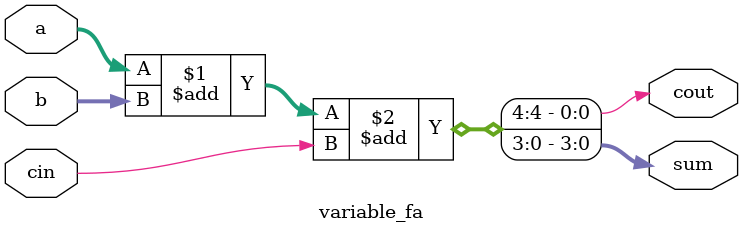
<source format=v>
module variable_fa
    #(parameter N = 4)
    (
        input [N-1:0] a,b,
        input cin,
        output [N-1:0]sum,
        output cout
);

    assign {cout, sum} = a + b + cin;

endmodule
</source>
